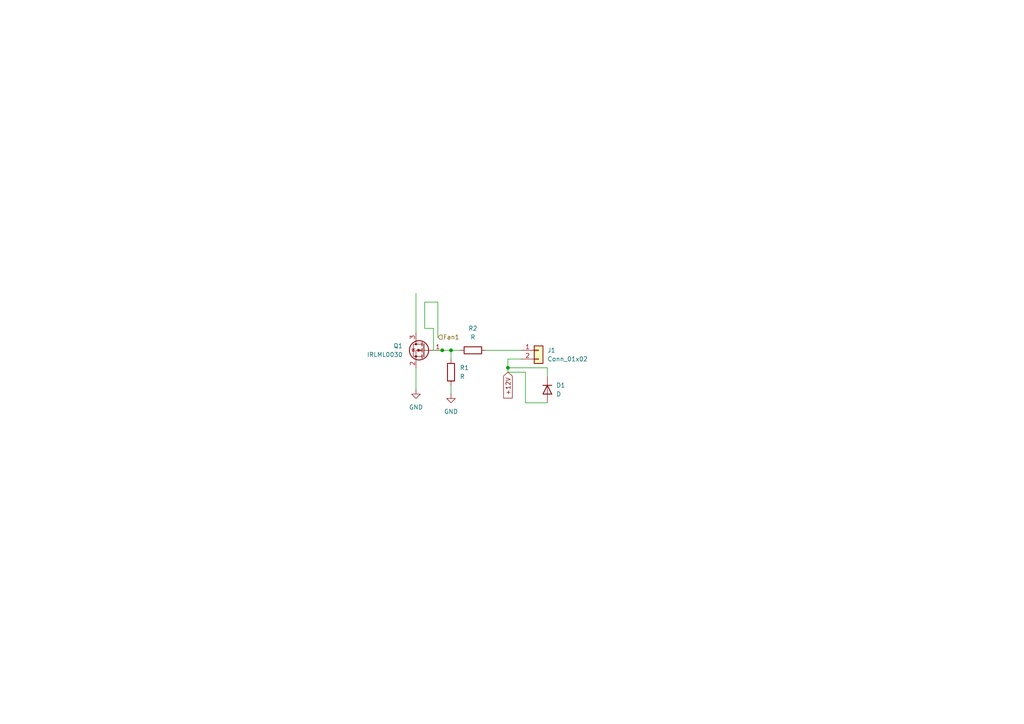
<source format=kicad_sch>
(kicad_sch (version 20231120) (generator "eeschema") (generator_version "8.0")
  (paper "A4")
  (lib_symbols
    (symbol "Connector_Generic:Conn_01x02" (pin_names (offset 1.016) hide)
      (property "Reference" "J" (at 0 2.54 0))
      (property "Value" "Conn_01x02" (at 0 -5.08 0))
      (symbol "Conn_01x02_1_1"
        (rectangle (start -1.27 -2.413) (end 0 -2.667) (stroke (width 0.1524)))
        (rectangle (start -1.27 0.127) (end 0 -0.127) (stroke (width 0.1524)))
        (rectangle (start -1.27 1.27) (end 1.27 -3.81) (stroke (width 0.254)) (fill (type background)))
        (pin passive line (at -5.08 0 0) (length 3.81) (name "Pin_1") (number "1"))
        (pin passive line (at -5.08 -2.54 0) (length 3.81) (name "Pin_2") (number "2"))
      )
    )
    (symbol "Device:D" (pin_numbers hide) (pin_names (offset 1.016) hide)
      (property "Reference" "D" (at 0 2.54 0))
      (property "Value" "D" (at 0 -2.54 0))
      (symbol "D_0_1"
        (polyline (pts (xy -1.27 1.27) (xy -1.27 -1.27)) (stroke (width 0.254)))
        (polyline (pts (xy 1.27 0) (xy -1.27 0)))
        (polyline (pts (xy 1.27 1.27) (xy 1.27 -1.27) (xy -1.27 0) (xy 1.27 1.27)) (stroke (width 0.254)))
      )
      (symbol "D_1_1"
        (pin passive line (at -3.81 0 0) (length 2.54) (name "K") (number "1"))
        (pin passive line (at 3.81 0 180) (length 2.54) (name "A") (number "2"))
      )
    )
    (symbol "Device:R" (pin_numbers hide) (pin_names (offset 0))
      (property "Reference" "R" (at 2.032 0 90))
      (property "Value" "R" (at 0 0 90))
      (symbol "R_0_1"
        (rectangle (start -1.016 -2.54) (end 1.016 2.54) (stroke (width 0.254)))
      )
      (symbol "R_1_1"
        (pin passive line (at 0 3.81 270) (length 1.27) (name "~") (number "1"))
        (pin passive line (at 0 -3.81 90) (length 1.27) (name "~") (number "2"))
      )
    )
    (symbol "Transistor_FET:IRLML0030" (pin_names hide)
      (property "Reference" "Q" (at 5.08 1.905 0))
      (property "Value" "IRLML0030" (at 5.08 0 0))
      (symbol "IRLML0030_0_1"
        (polyline (pts (xy 0.254 0) (xy -2.54 0)))
        (polyline (pts (xy 0.254 1.905) (xy 0.254 -1.905)) (stroke (width 0.254)))
        (polyline (pts (xy 0.762 -1.27) (xy 0.762 -2.286)) (stroke (width 0.254)))
        (polyline (pts (xy 0.762 0.508) (xy 0.762 -0.508)) (stroke (width 0.254)))
        (polyline (pts (xy 0.762 2.286) (xy 0.762 1.27)) (stroke (width 0.254)))
        (polyline (pts (xy 2.54 2.54) (xy 2.54 1.778)))
        (polyline (pts (xy 2.54 -2.54) (xy 2.54 0) (xy 0.762 0)))
        (polyline (pts (xy 0.762 -1.778) (xy 3.302 -1.778) (xy 3.302 1.778) (xy 0.762 1.778)))
        (polyline (pts (xy 1.016 0) (xy 2.032 0.381) (xy 2.032 -0.381) (xy 1.016 0)) (fill (type outline)))
        (polyline (pts (xy 2.794 0.508) (xy 2.921 0.381) (xy 3.683 0.381) (xy 3.81 0.254)))
        (polyline (pts (xy 3.302 0.381) (xy 2.921 -0.254) (xy 3.683 -0.254) (xy 3.302 0.381)))
        (circle (center 1.651 0) (radius 2.794) (stroke (width 0.254)))
        (circle (center 2.54 -1.778) (radius 0.254) (fill (type outline)))
        (circle (center 2.54 1.778) (radius 0.254) (fill (type outline)))
      )
      (symbol "IRLML0030_1_1"
        (pin input line (at -5.08 0 0) (length 2.54) (name "G") (number "1"))
        (pin passive line (at 2.54 -5.08 90) (length 2.54) (name "S") (number "2"))
        (pin passive line (at 2.54 5.08 270) (length 2.54) (name "D") (number "3"))
      )
    )
    (symbol "power:GND" (power) (pin_numbers hide) (pin_names (offset 0) hide)
      (property "Value" "GND" (at 0 -3.81 0))
      (symbol "GND_0_1"
        (polyline (pts (xy 0 0) (xy 0 -1.27) (xy 1.27 -1.27) (xy 0 -2.54) (xy -1.27 -1.27) (xy 0 -1.27)))
      )
      (symbol "GND_1_1"
        (pin power_in line (at 0 0 270) (length 0) (name "~") (number "1"))
      )
    )
  )
  (junction (at 147.32 106.68))
  (junction (at 130.81 101.6))
  (junction (at 128.27 101.6))
  (wire (pts (xy 123.19 95.25) (xy 125.73 95.25)))
  (wire (pts (xy 151.13 104.14) (xy 147.32 104.14)))
  (wire (pts (xy 140.97 101.6) (xy 151.13 101.6)))
  (wire (pts (xy 125.73 95.25) (xy 125.73 101.6)))
  (wire (pts (xy 158.75 106.68) (xy 158.75 109.22)))
  (wire (pts (xy 127 97.79) (xy 127 87.63)))
  (wire (pts (xy 152.4 116.84) (xy 152.4 107.95)))
  (wire (pts (xy 130.81 111.76) (xy 130.81 114.3)))
  (wire (pts (xy 123.19 87.63) (xy 123.19 95.25)))
  (wire (pts (xy 120.65 85.09) (xy 120.65 96.52)))
  (wire (pts (xy 125.73 101.6) (xy 128.27 101.6)))
  (wire (pts (xy 147.32 106.68) (xy 158.75 106.68)))
  (wire (pts (xy 127 87.63) (xy 123.19 87.63)))
  (wire (pts (xy 147.32 106.68) (xy 147.32 107.95)))
  (wire (pts (xy 130.81 101.6) (xy 130.81 104.14)))
  (wire (pts (xy 130.81 101.6) (xy 133.35 101.6)))
  (wire (pts (xy 128.27 101.6) (xy 130.81 101.6)))
  (wire (pts (xy 120.65 106.68) (xy 120.65 113.03)))
  (wire (pts (xy 158.75 116.84) (xy 152.4 116.84)))
  (wire (pts (xy 147.32 104.14) (xy 147.32 106.68)))
  (wire (pts (xy 152.4 107.95) (xy 147.32 107.95)))
  (global_label "+12V" (shape input) (at 147.32 107.95 270) (property "Intersheetrefs" "${INTERSHEET_REFS}" (effects (hide yes))))
  (hierarchical_label "Fan1" (shape input) (at 127 97.79 0))
  (symbol (lib_id "Device:R") (at 130.81 107.95 0) (unit 1)
    (property "Reference" "R1" (at 133.35 106.6799 0) (effects (justify left)))
    (property "Value" "R" (at 133.35 109.2199 0) (effects (justify left)))
    (property "Footprint" "Resistor_SMD:R_0805_2012Metric" (effects (hide yes)))
    (property "Description" "Resistor" (effects (hide yes)))
  )
  (symbol (lib_id "Transistor_FET:IRLML0030") (at 123.19 101.6 0) (mirror y) (unit 1)
    (property "Reference" "Q1" (at 116.84 100.3299 0) (effects (justify left)))
    (property "Value" "IRLML0030" (at 116.84 102.8699 0) (effects (justify left)))
    (property "Footprint" "Package_TO_SOT_SMD:SOT-23" (effects (hide yes)))
    (property "Datasheet" "https://www.infineon.com/dgdl/irlml0030pbf.pdf?fileId=5546d462533600a401535664773825df" (effects (hide yes)))
    (property "Description" "5.3A Id, 30V Vds, 27mOhm Rds, N-Channel HEXFET Power MOSFET, SOT-23" (effects (hide yes)))
  )
  (symbol (lib_id "Connector_Generic:Conn_01x02") (at 156.21 101.6 0) (unit 1)
    (property "Reference" "J1" (at 158.75 101.5999 0) (effects (justify left)))
    (property "Value" "Conn_01x02" (at 158.75 104.1399 0) (effects (justify left)))
    (property "Footprint" "Connector:Molex_MicroFit3.0_1x2xP3.00mm_PolarizingPeg_Vertical" (effects (hide yes)))
    (property "Description" "Generic connector, single row, 01x02, script generated (kicad-library-utils/schlib/autogen/connector/)" (effects (hide yes)))
  )
  (symbol (lib_id "power:GND") (at 120.65 113.03 0) (unit 1)
    (property "Reference" "#PWR04" (effects (hide yes)))
    (property "Value" "GND" (at 120.65 118.11 0))
    (property "Description" "Power symbol creates a global label with name \"GND\" , ground" (effects (hide yes)))
  )
  (symbol (lib_id "Device:D") (at 158.75 113.03 270) (unit 1)
    (property "Reference" "D1" (at 161.29 111.7599 90) (effects (justify left)))
    (property "Value" "D" (at 161.29 114.2999 90) (effects (justify left)))
    (property "Footprint" "Diode_SMD:D_0805_2012Metric" (effects (hide yes)))
    (property "Description" "Diode" (effects (hide yes)))
    (property "Sim.Device" "D" (effects (hide yes)))
    (property "Sim.Pins" "1=K 2=A" (effects (hide yes)))
  )
  (symbol (lib_id "power:GND") (at 130.81 114.3 0) (unit 1)
    (property "Reference" "#PWR05" (effects (hide yes)))
    (property "Value" "GND" (at 130.81 119.38 0))
    (property "Description" "Power symbol creates a global label with name \"GND\" , ground" (effects (hide yes)))
  )
  (symbol (lib_id "Device:R") (at 137.16 101.6 90) (unit 1)
    (property "Reference" "R2" (at 137.16 95.25 90))
    (property "Value" "R" (at 137.16 97.79 90))
    (property "Footprint" "Resistor_SMD:R_0805_2012Metric" (effects (hide yes)))
    (property "Description" "Resistor" (effects (hide yes)))
  )
)
</source>
